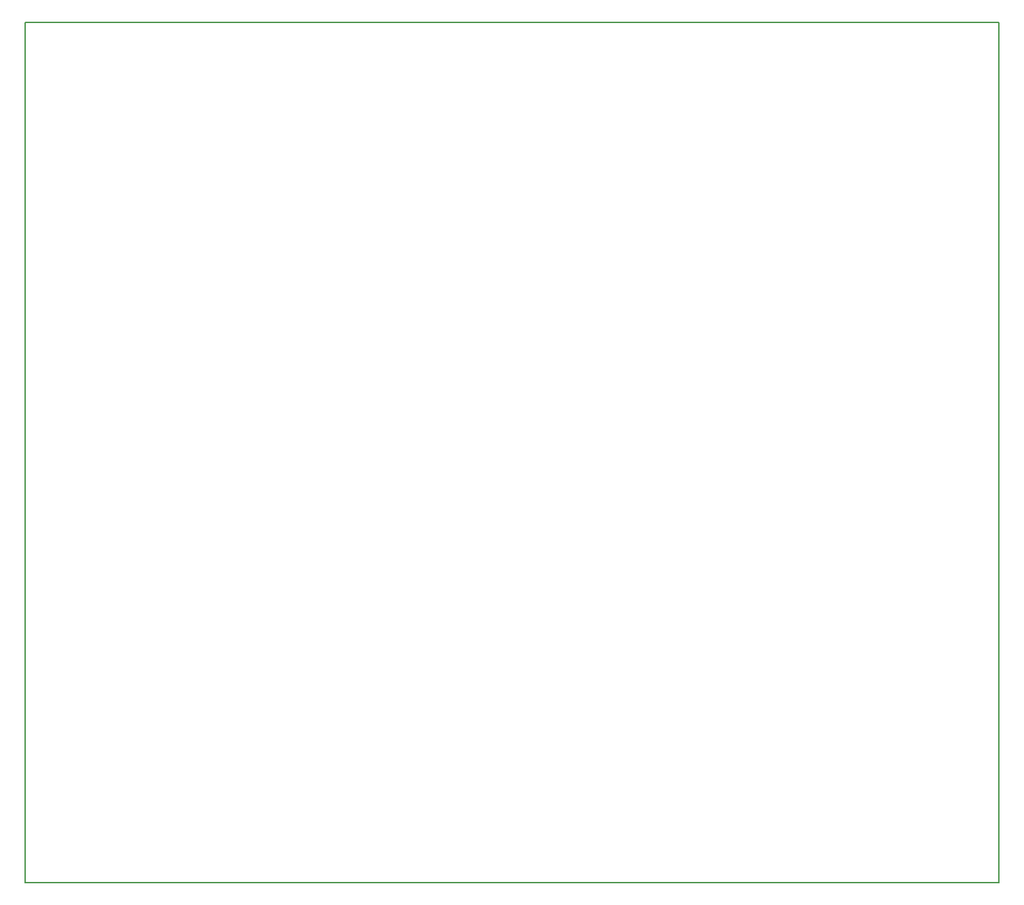
<source format=gm1>
G04 MADE WITH FRITZING*
G04 WWW.FRITZING.ORG*
G04 DOUBLE SIDED*
G04 HOLES PLATED*
G04 CONTOUR ON CENTER OF CONTOUR VECTOR*
%ASAXBY*%
%FSLAX23Y23*%
%MOIN*%
%OFA0B0*%
%SFA1.0B1.0*%
%ADD10R,4.787410X4.236230*%
%ADD11C,0.008000*%
%ADD10C,0.008*%
%LNCONTOUR*%
G90*
G70*
G54D10*
G54D11*
X4Y4232D02*
X4783Y4232D01*
X4783Y4D01*
X4Y4D01*
X4Y4232D01*
D02*
G04 End of contour*
M02*
</source>
